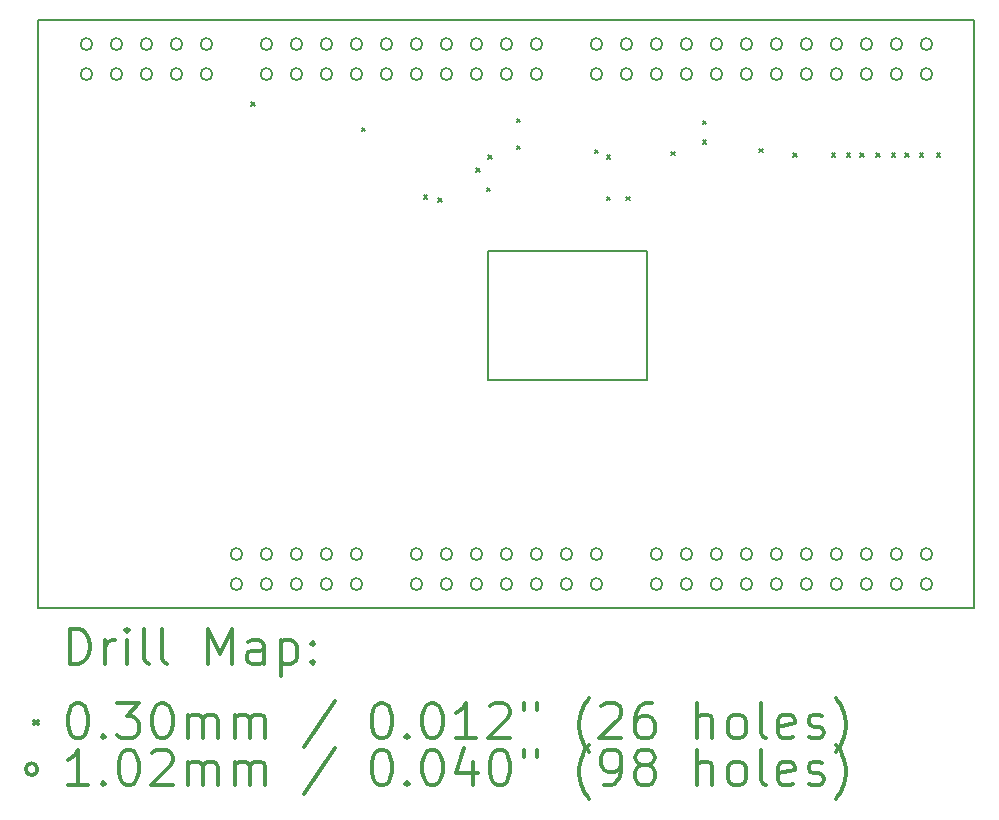
<source format=gbr>
%FSLAX45Y45*%
G04 Gerber Fmt 4.5, Leading zero omitted, Abs format (unit mm)*
G04 Created by KiCad (PCBNEW (after 2015-mar-04 BZR unknown)-product) date 2015年08月08日土曜日 05:56:39*
%MOMM*%
G01*
G04 APERTURE LIST*
%ADD10C,0.127000*%
%ADD11C,0.150000*%
%ADD12C,0.200000*%
%ADD13C,0.300000*%
G04 APERTURE END LIST*
D10*
D11*
X5156200Y3022600D02*
X3810000Y3022600D01*
X5156200Y1930400D02*
X5156200Y3022600D01*
X3810000Y1930400D02*
X5156200Y1930400D01*
X3810000Y3022600D02*
X3810000Y1930400D01*
X0Y0D02*
X254000Y0D01*
X0Y4978400D02*
X0Y0D01*
X254000Y4978400D02*
X0Y4978400D01*
X7924800Y4978400D02*
X7772400Y4978400D01*
X7924800Y4826000D02*
X7924800Y4978400D01*
X7924800Y3556000D02*
X7924800Y4826000D01*
X7924800Y0D02*
X7924800Y3556000D01*
X7772400Y0D02*
X7924800Y0D01*
X254000Y0D02*
X2006600Y0D01*
X5537200Y0D02*
X2006600Y0D01*
X7772400Y0D02*
X5537200Y0D01*
X5689600Y4978400D02*
X7772400Y4978400D01*
X3200400Y4978400D02*
X5689600Y4978400D01*
X254000Y4978400D02*
X3200400Y4978400D01*
D12*
X1801100Y4282200D02*
X1831100Y4252200D01*
X1831100Y4282200D02*
X1801100Y4252200D01*
X2737455Y4066815D02*
X2767455Y4036815D01*
X2767455Y4066815D02*
X2737455Y4036815D01*
X3261600Y3497340D02*
X3291600Y3467340D01*
X3291600Y3497340D02*
X3261600Y3467340D01*
X3383520Y3469400D02*
X3413520Y3439400D01*
X3413520Y3469400D02*
X3383520Y3439400D01*
X3704612Y3724452D02*
X3734612Y3694452D01*
X3734612Y3724452D02*
X3704612Y3694452D01*
X3795001Y3560840D02*
X3825001Y3530840D01*
X3825001Y3560840D02*
X3795001Y3530840D01*
X3807678Y3835612D02*
X3837678Y3805612D01*
X3837678Y3835612D02*
X3807678Y3805612D01*
X4048999Y3913900D02*
X4078999Y3883900D01*
X4078999Y3913900D02*
X4048999Y3883900D01*
X4049000Y4142500D02*
X4079000Y4112500D01*
X4079000Y4142500D02*
X4049000Y4112500D01*
X4709400Y3880402D02*
X4739400Y3850402D01*
X4739400Y3880402D02*
X4709400Y3850402D01*
X4811000Y3835160D02*
X4841000Y3805160D01*
X4841000Y3835160D02*
X4811000Y3805160D01*
X4811000Y3482100D02*
X4841000Y3452100D01*
X4841000Y3482100D02*
X4811000Y3452100D01*
X4976100Y3482100D02*
X5006100Y3452100D01*
X5006100Y3482100D02*
X4976100Y3452100D01*
X5357100Y3863101D02*
X5387100Y3833101D01*
X5387100Y3863101D02*
X5357100Y3833101D01*
X5623800Y4124720D02*
X5653800Y4094720D01*
X5653800Y4124720D02*
X5623800Y4094720D01*
X5623800Y3962160D02*
X5653800Y3932160D01*
X5653800Y3962160D02*
X5623800Y3932160D01*
X6101320Y3891040D02*
X6131320Y3861040D01*
X6131320Y3891040D02*
X6101320Y3861040D01*
X6390880Y3850400D02*
X6420880Y3820400D01*
X6420880Y3850400D02*
X6390880Y3820400D01*
X6716000Y3850400D02*
X6746000Y3820400D01*
X6746000Y3850400D02*
X6716000Y3820400D01*
X6843000Y3850400D02*
X6873000Y3820400D01*
X6873000Y3850400D02*
X6843000Y3820400D01*
X6957300Y3850400D02*
X6987300Y3820400D01*
X6987300Y3850400D02*
X6957300Y3820400D01*
X7091920Y3850400D02*
X7121920Y3820400D01*
X7121920Y3850400D02*
X7091920Y3820400D01*
X7224000Y3850400D02*
X7254000Y3820400D01*
X7254000Y3850400D02*
X7224000Y3820400D01*
X7338300Y3850400D02*
X7368300Y3820400D01*
X7368300Y3850400D02*
X7338300Y3820400D01*
X7462760Y3850400D02*
X7492760Y3820400D01*
X7492760Y3850400D02*
X7462760Y3820400D01*
X7605000Y3850400D02*
X7635000Y3820400D01*
X7635000Y3850400D02*
X7605000Y3820400D01*
X457240Y4775200D02*
G75*
G03X457240Y4775200I-50800J0D01*
G01*
X457240Y4521200D02*
G75*
G03X457240Y4521200I-50800J0D01*
G01*
X711240Y4775200D02*
G75*
G03X711240Y4775200I-50800J0D01*
G01*
X711240Y4521200D02*
G75*
G03X711240Y4521200I-50800J0D01*
G01*
X965240Y4775200D02*
G75*
G03X965240Y4775200I-50800J0D01*
G01*
X965240Y4521200D02*
G75*
G03X965240Y4521200I-50800J0D01*
G01*
X1219240Y4775200D02*
G75*
G03X1219240Y4775200I-50800J0D01*
G01*
X1219240Y4521200D02*
G75*
G03X1219240Y4521200I-50800J0D01*
G01*
X1473240Y4775200D02*
G75*
G03X1473240Y4775200I-50800J0D01*
G01*
X1473240Y4521200D02*
G75*
G03X1473240Y4521200I-50800J0D01*
G01*
X1727240Y457220D02*
G75*
G03X1727240Y457220I-50800J0D01*
G01*
X1727240Y203220D02*
G75*
G03X1727240Y203220I-50800J0D01*
G01*
X1981240Y4775200D02*
G75*
G03X1981240Y4775200I-50800J0D01*
G01*
X1981240Y4521200D02*
G75*
G03X1981240Y4521200I-50800J0D01*
G01*
X1981240Y457220D02*
G75*
G03X1981240Y457220I-50800J0D01*
G01*
X1981240Y203220D02*
G75*
G03X1981240Y203220I-50800J0D01*
G01*
X2235240Y4775200D02*
G75*
G03X2235240Y4775200I-50800J0D01*
G01*
X2235240Y4521200D02*
G75*
G03X2235240Y4521200I-50800J0D01*
G01*
X2235240Y457220D02*
G75*
G03X2235240Y457220I-50800J0D01*
G01*
X2235240Y203220D02*
G75*
G03X2235240Y203220I-50800J0D01*
G01*
X2489240Y4775200D02*
G75*
G03X2489240Y4775200I-50800J0D01*
G01*
X2489240Y4521200D02*
G75*
G03X2489240Y4521200I-50800J0D01*
G01*
X2489240Y457220D02*
G75*
G03X2489240Y457220I-50800J0D01*
G01*
X2489240Y203220D02*
G75*
G03X2489240Y203220I-50800J0D01*
G01*
X2743240Y4775200D02*
G75*
G03X2743240Y4775200I-50800J0D01*
G01*
X2743240Y4521200D02*
G75*
G03X2743240Y4521200I-50800J0D01*
G01*
X2743240Y457220D02*
G75*
G03X2743240Y457220I-50800J0D01*
G01*
X2743240Y203220D02*
G75*
G03X2743240Y203220I-50800J0D01*
G01*
X2997240Y4775200D02*
G75*
G03X2997240Y4775200I-50800J0D01*
G01*
X2997240Y4521200D02*
G75*
G03X2997240Y4521200I-50800J0D01*
G01*
X3251240Y4775200D02*
G75*
G03X3251240Y4775200I-50800J0D01*
G01*
X3251240Y4521200D02*
G75*
G03X3251240Y4521200I-50800J0D01*
G01*
X3251240Y457220D02*
G75*
G03X3251240Y457220I-50800J0D01*
G01*
X3251240Y203220D02*
G75*
G03X3251240Y203220I-50800J0D01*
G01*
X3505240Y4775200D02*
G75*
G03X3505240Y4775200I-50800J0D01*
G01*
X3505240Y4521200D02*
G75*
G03X3505240Y4521200I-50800J0D01*
G01*
X3505240Y457220D02*
G75*
G03X3505240Y457220I-50800J0D01*
G01*
X3505240Y203220D02*
G75*
G03X3505240Y203220I-50800J0D01*
G01*
X3759240Y4775200D02*
G75*
G03X3759240Y4775200I-50800J0D01*
G01*
X3759240Y4521200D02*
G75*
G03X3759240Y4521200I-50800J0D01*
G01*
X3759240Y457220D02*
G75*
G03X3759240Y457220I-50800J0D01*
G01*
X3759240Y203220D02*
G75*
G03X3759240Y203220I-50800J0D01*
G01*
X4013240Y4775200D02*
G75*
G03X4013240Y4775200I-50800J0D01*
G01*
X4013240Y4521200D02*
G75*
G03X4013240Y4521200I-50800J0D01*
G01*
X4013240Y457220D02*
G75*
G03X4013240Y457220I-50800J0D01*
G01*
X4013240Y203220D02*
G75*
G03X4013240Y203220I-50800J0D01*
G01*
X4267240Y4775200D02*
G75*
G03X4267240Y4775200I-50800J0D01*
G01*
X4267240Y4521200D02*
G75*
G03X4267240Y4521200I-50800J0D01*
G01*
X4267240Y457220D02*
G75*
G03X4267240Y457220I-50800J0D01*
G01*
X4267240Y203220D02*
G75*
G03X4267240Y203220I-50800J0D01*
G01*
X4521240Y457220D02*
G75*
G03X4521240Y457220I-50800J0D01*
G01*
X4521240Y203220D02*
G75*
G03X4521240Y203220I-50800J0D01*
G01*
X4775240Y4775200D02*
G75*
G03X4775240Y4775200I-50800J0D01*
G01*
X4775240Y4521200D02*
G75*
G03X4775240Y4521200I-50800J0D01*
G01*
X4775240Y457220D02*
G75*
G03X4775240Y457220I-50800J0D01*
G01*
X4775240Y203220D02*
G75*
G03X4775240Y203220I-50800J0D01*
G01*
X5029240Y4775200D02*
G75*
G03X5029240Y4775200I-50800J0D01*
G01*
X5029240Y4521200D02*
G75*
G03X5029240Y4521200I-50800J0D01*
G01*
X5283200Y457200D02*
G75*
G03X5283200Y457200I-50800J0D01*
G01*
X5283200Y203200D02*
G75*
G03X5283200Y203200I-50800J0D01*
G01*
X5283240Y4775200D02*
G75*
G03X5283240Y4775200I-50800J0D01*
G01*
X5283240Y4521200D02*
G75*
G03X5283240Y4521200I-50800J0D01*
G01*
X5537200Y457200D02*
G75*
G03X5537200Y457200I-50800J0D01*
G01*
X5537200Y203200D02*
G75*
G03X5537200Y203200I-50800J0D01*
G01*
X5537240Y4775200D02*
G75*
G03X5537240Y4775200I-50800J0D01*
G01*
X5537240Y4521200D02*
G75*
G03X5537240Y4521200I-50800J0D01*
G01*
X5791200Y457200D02*
G75*
G03X5791200Y457200I-50800J0D01*
G01*
X5791200Y203200D02*
G75*
G03X5791200Y203200I-50800J0D01*
G01*
X5791240Y4775200D02*
G75*
G03X5791240Y4775200I-50800J0D01*
G01*
X5791240Y4521200D02*
G75*
G03X5791240Y4521200I-50800J0D01*
G01*
X6045200Y457200D02*
G75*
G03X6045200Y457200I-50800J0D01*
G01*
X6045200Y203200D02*
G75*
G03X6045200Y203200I-50800J0D01*
G01*
X6045240Y4775200D02*
G75*
G03X6045240Y4775200I-50800J0D01*
G01*
X6045240Y4521200D02*
G75*
G03X6045240Y4521200I-50800J0D01*
G01*
X6299200Y457200D02*
G75*
G03X6299200Y457200I-50800J0D01*
G01*
X6299200Y203200D02*
G75*
G03X6299200Y203200I-50800J0D01*
G01*
X6299240Y4775200D02*
G75*
G03X6299240Y4775200I-50800J0D01*
G01*
X6299240Y4521200D02*
G75*
G03X6299240Y4521200I-50800J0D01*
G01*
X6553200Y457200D02*
G75*
G03X6553200Y457200I-50800J0D01*
G01*
X6553200Y203200D02*
G75*
G03X6553200Y203200I-50800J0D01*
G01*
X6553240Y4775200D02*
G75*
G03X6553240Y4775200I-50800J0D01*
G01*
X6553240Y4521200D02*
G75*
G03X6553240Y4521200I-50800J0D01*
G01*
X6807200Y457200D02*
G75*
G03X6807200Y457200I-50800J0D01*
G01*
X6807200Y203200D02*
G75*
G03X6807200Y203200I-50800J0D01*
G01*
X6807240Y4775200D02*
G75*
G03X6807240Y4775200I-50800J0D01*
G01*
X6807240Y4521200D02*
G75*
G03X6807240Y4521200I-50800J0D01*
G01*
X7061200Y457200D02*
G75*
G03X7061200Y457200I-50800J0D01*
G01*
X7061200Y203200D02*
G75*
G03X7061200Y203200I-50800J0D01*
G01*
X7061240Y4775200D02*
G75*
G03X7061240Y4775200I-50800J0D01*
G01*
X7061240Y4521200D02*
G75*
G03X7061240Y4521200I-50800J0D01*
G01*
X7315200Y457200D02*
G75*
G03X7315200Y457200I-50800J0D01*
G01*
X7315200Y203200D02*
G75*
G03X7315200Y203200I-50800J0D01*
G01*
X7315240Y4775200D02*
G75*
G03X7315240Y4775200I-50800J0D01*
G01*
X7315240Y4521200D02*
G75*
G03X7315240Y4521200I-50800J0D01*
G01*
X7569200Y457200D02*
G75*
G03X7569200Y457200I-50800J0D01*
G01*
X7569200Y203200D02*
G75*
G03X7569200Y203200I-50800J0D01*
G01*
X7569240Y4775200D02*
G75*
G03X7569240Y4775200I-50800J0D01*
G01*
X7569240Y4521200D02*
G75*
G03X7569240Y4521200I-50800J0D01*
G01*
D13*
X263929Y-473214D02*
X263929Y-173214D01*
X335357Y-173214D01*
X378214Y-187500D01*
X406786Y-216071D01*
X421071Y-244643D01*
X435357Y-301786D01*
X435357Y-344643D01*
X421071Y-401786D01*
X406786Y-430357D01*
X378214Y-458929D01*
X335357Y-473214D01*
X263929Y-473214D01*
X563929Y-473214D02*
X563929Y-273214D01*
X563929Y-330357D02*
X578214Y-301786D01*
X592500Y-287500D01*
X621071Y-273214D01*
X649643Y-273214D01*
X749643Y-473214D02*
X749643Y-273214D01*
X749643Y-173214D02*
X735357Y-187500D01*
X749643Y-201786D01*
X763928Y-187500D01*
X749643Y-173214D01*
X749643Y-201786D01*
X935357Y-473214D02*
X906786Y-458929D01*
X892500Y-430357D01*
X892500Y-173214D01*
X1092500Y-473214D02*
X1063929Y-458929D01*
X1049643Y-430357D01*
X1049643Y-173214D01*
X1435357Y-473214D02*
X1435357Y-173214D01*
X1535357Y-387500D01*
X1635357Y-173214D01*
X1635357Y-473214D01*
X1906786Y-473214D02*
X1906786Y-316072D01*
X1892500Y-287500D01*
X1863928Y-273214D01*
X1806786Y-273214D01*
X1778214Y-287500D01*
X1906786Y-458929D02*
X1878214Y-473214D01*
X1806786Y-473214D01*
X1778214Y-458929D01*
X1763928Y-430357D01*
X1763928Y-401786D01*
X1778214Y-373214D01*
X1806786Y-358929D01*
X1878214Y-358929D01*
X1906786Y-344643D01*
X2049643Y-273214D02*
X2049643Y-573214D01*
X2049643Y-287500D02*
X2078214Y-273214D01*
X2135357Y-273214D01*
X2163929Y-287500D01*
X2178214Y-301786D01*
X2192500Y-330357D01*
X2192500Y-416071D01*
X2178214Y-444643D01*
X2163929Y-458929D01*
X2135357Y-473214D01*
X2078214Y-473214D01*
X2049643Y-458929D01*
X2321071Y-444643D02*
X2335357Y-458929D01*
X2321071Y-473214D01*
X2306786Y-458929D01*
X2321071Y-444643D01*
X2321071Y-473214D01*
X2321071Y-287500D02*
X2335357Y-301786D01*
X2321071Y-316072D01*
X2306786Y-301786D01*
X2321071Y-287500D01*
X2321071Y-316072D01*
X-37500Y-952500D02*
X-7500Y-982500D01*
X-7500Y-952500D02*
X-37500Y-982500D01*
X321071Y-803214D02*
X349643Y-803214D01*
X378214Y-817500D01*
X392500Y-831786D01*
X406786Y-860357D01*
X421071Y-917500D01*
X421071Y-988929D01*
X406786Y-1046071D01*
X392500Y-1074643D01*
X378214Y-1088929D01*
X349643Y-1103214D01*
X321071Y-1103214D01*
X292500Y-1088929D01*
X278214Y-1074643D01*
X263929Y-1046071D01*
X249643Y-988929D01*
X249643Y-917500D01*
X263929Y-860357D01*
X278214Y-831786D01*
X292500Y-817500D01*
X321071Y-803214D01*
X549643Y-1074643D02*
X563929Y-1088929D01*
X549643Y-1103214D01*
X535357Y-1088929D01*
X549643Y-1074643D01*
X549643Y-1103214D01*
X663928Y-803214D02*
X849643Y-803214D01*
X749643Y-917500D01*
X792500Y-917500D01*
X821071Y-931786D01*
X835357Y-946071D01*
X849643Y-974643D01*
X849643Y-1046071D01*
X835357Y-1074643D01*
X821071Y-1088929D01*
X792500Y-1103214D01*
X706786Y-1103214D01*
X678214Y-1088929D01*
X663928Y-1074643D01*
X1035357Y-803214D02*
X1063929Y-803214D01*
X1092500Y-817500D01*
X1106786Y-831786D01*
X1121071Y-860357D01*
X1135357Y-917500D01*
X1135357Y-988929D01*
X1121071Y-1046071D01*
X1106786Y-1074643D01*
X1092500Y-1088929D01*
X1063929Y-1103214D01*
X1035357Y-1103214D01*
X1006786Y-1088929D01*
X992500Y-1074643D01*
X978214Y-1046071D01*
X963928Y-988929D01*
X963928Y-917500D01*
X978214Y-860357D01*
X992500Y-831786D01*
X1006786Y-817500D01*
X1035357Y-803214D01*
X1263929Y-1103214D02*
X1263929Y-903214D01*
X1263929Y-931786D02*
X1278214Y-917500D01*
X1306786Y-903214D01*
X1349643Y-903214D01*
X1378214Y-917500D01*
X1392500Y-946071D01*
X1392500Y-1103214D01*
X1392500Y-946071D02*
X1406786Y-917500D01*
X1435357Y-903214D01*
X1478214Y-903214D01*
X1506786Y-917500D01*
X1521071Y-946071D01*
X1521071Y-1103214D01*
X1663928Y-1103214D02*
X1663928Y-903214D01*
X1663928Y-931786D02*
X1678214Y-917500D01*
X1706786Y-903214D01*
X1749643Y-903214D01*
X1778214Y-917500D01*
X1792500Y-946071D01*
X1792500Y-1103214D01*
X1792500Y-946071D02*
X1806786Y-917500D01*
X1835357Y-903214D01*
X1878214Y-903214D01*
X1906786Y-917500D01*
X1921071Y-946071D01*
X1921071Y-1103214D01*
X2506786Y-788929D02*
X2249643Y-1174643D01*
X2892500Y-803214D02*
X2921071Y-803214D01*
X2949643Y-817500D01*
X2963928Y-831786D01*
X2978214Y-860357D01*
X2992500Y-917500D01*
X2992500Y-988929D01*
X2978214Y-1046071D01*
X2963928Y-1074643D01*
X2949643Y-1088929D01*
X2921071Y-1103214D01*
X2892500Y-1103214D01*
X2863928Y-1088929D01*
X2849643Y-1074643D01*
X2835357Y-1046071D01*
X2821071Y-988929D01*
X2821071Y-917500D01*
X2835357Y-860357D01*
X2849643Y-831786D01*
X2863928Y-817500D01*
X2892500Y-803214D01*
X3121071Y-1074643D02*
X3135357Y-1088929D01*
X3121071Y-1103214D01*
X3106786Y-1088929D01*
X3121071Y-1074643D01*
X3121071Y-1103214D01*
X3321071Y-803214D02*
X3349643Y-803214D01*
X3378214Y-817500D01*
X3392500Y-831786D01*
X3406785Y-860357D01*
X3421071Y-917500D01*
X3421071Y-988929D01*
X3406785Y-1046071D01*
X3392500Y-1074643D01*
X3378214Y-1088929D01*
X3349643Y-1103214D01*
X3321071Y-1103214D01*
X3292500Y-1088929D01*
X3278214Y-1074643D01*
X3263928Y-1046071D01*
X3249643Y-988929D01*
X3249643Y-917500D01*
X3263928Y-860357D01*
X3278214Y-831786D01*
X3292500Y-817500D01*
X3321071Y-803214D01*
X3706785Y-1103214D02*
X3535357Y-1103214D01*
X3621071Y-1103214D02*
X3621071Y-803214D01*
X3592500Y-846071D01*
X3563928Y-874643D01*
X3535357Y-888929D01*
X3821071Y-831786D02*
X3835357Y-817500D01*
X3863928Y-803214D01*
X3935357Y-803214D01*
X3963928Y-817500D01*
X3978214Y-831786D01*
X3992500Y-860357D01*
X3992500Y-888929D01*
X3978214Y-931786D01*
X3806785Y-1103214D01*
X3992500Y-1103214D01*
X4106786Y-803214D02*
X4106786Y-860357D01*
X4221071Y-803214D02*
X4221071Y-860357D01*
X4663928Y-1217500D02*
X4649643Y-1203214D01*
X4621071Y-1160357D01*
X4606786Y-1131786D01*
X4592500Y-1088929D01*
X4578214Y-1017500D01*
X4578214Y-960357D01*
X4592500Y-888929D01*
X4606786Y-846071D01*
X4621071Y-817500D01*
X4649643Y-774643D01*
X4663928Y-760357D01*
X4763928Y-831786D02*
X4778214Y-817500D01*
X4806786Y-803214D01*
X4878214Y-803214D01*
X4906786Y-817500D01*
X4921071Y-831786D01*
X4935357Y-860357D01*
X4935357Y-888929D01*
X4921071Y-931786D01*
X4749643Y-1103214D01*
X4935357Y-1103214D01*
X5192500Y-803214D02*
X5135357Y-803214D01*
X5106786Y-817500D01*
X5092500Y-831786D01*
X5063928Y-874643D01*
X5049643Y-931786D01*
X5049643Y-1046071D01*
X5063928Y-1074643D01*
X5078214Y-1088929D01*
X5106786Y-1103214D01*
X5163928Y-1103214D01*
X5192500Y-1088929D01*
X5206786Y-1074643D01*
X5221071Y-1046071D01*
X5221071Y-974643D01*
X5206786Y-946071D01*
X5192500Y-931786D01*
X5163928Y-917500D01*
X5106786Y-917500D01*
X5078214Y-931786D01*
X5063928Y-946071D01*
X5049643Y-974643D01*
X5578214Y-1103214D02*
X5578214Y-803214D01*
X5706785Y-1103214D02*
X5706785Y-946071D01*
X5692500Y-917500D01*
X5663928Y-903214D01*
X5621071Y-903214D01*
X5592500Y-917500D01*
X5578214Y-931786D01*
X5892500Y-1103214D02*
X5863928Y-1088929D01*
X5849643Y-1074643D01*
X5835357Y-1046071D01*
X5835357Y-960357D01*
X5849643Y-931786D01*
X5863928Y-917500D01*
X5892500Y-903214D01*
X5935357Y-903214D01*
X5963928Y-917500D01*
X5978214Y-931786D01*
X5992500Y-960357D01*
X5992500Y-1046071D01*
X5978214Y-1074643D01*
X5963928Y-1088929D01*
X5935357Y-1103214D01*
X5892500Y-1103214D01*
X6163928Y-1103214D02*
X6135357Y-1088929D01*
X6121071Y-1060357D01*
X6121071Y-803214D01*
X6392500Y-1088929D02*
X6363928Y-1103214D01*
X6306786Y-1103214D01*
X6278214Y-1088929D01*
X6263928Y-1060357D01*
X6263928Y-946071D01*
X6278214Y-917500D01*
X6306786Y-903214D01*
X6363928Y-903214D01*
X6392500Y-917500D01*
X6406786Y-946071D01*
X6406786Y-974643D01*
X6263928Y-1003214D01*
X6521071Y-1088929D02*
X6549643Y-1103214D01*
X6606786Y-1103214D01*
X6635357Y-1088929D01*
X6649643Y-1060357D01*
X6649643Y-1046071D01*
X6635357Y-1017500D01*
X6606786Y-1003214D01*
X6563928Y-1003214D01*
X6535357Y-988929D01*
X6521071Y-960357D01*
X6521071Y-946071D01*
X6535357Y-917500D01*
X6563928Y-903214D01*
X6606786Y-903214D01*
X6635357Y-917500D01*
X6749643Y-1217500D02*
X6763928Y-1203214D01*
X6792500Y-1160357D01*
X6806786Y-1131786D01*
X6821071Y-1088929D01*
X6835357Y-1017500D01*
X6835357Y-960357D01*
X6821071Y-888929D01*
X6806786Y-846071D01*
X6792500Y-817500D01*
X6763928Y-774643D01*
X6749643Y-760357D01*
X-7500Y-1363500D02*
G75*
G03X-7500Y-1363500I-50800J0D01*
G01*
X421071Y-1499214D02*
X249643Y-1499214D01*
X335357Y-1499214D02*
X335357Y-1199214D01*
X306786Y-1242072D01*
X278214Y-1270643D01*
X249643Y-1284929D01*
X549643Y-1470643D02*
X563929Y-1484929D01*
X549643Y-1499214D01*
X535357Y-1484929D01*
X549643Y-1470643D01*
X549643Y-1499214D01*
X749643Y-1199214D02*
X778214Y-1199214D01*
X806786Y-1213500D01*
X821071Y-1227786D01*
X835357Y-1256357D01*
X849643Y-1313500D01*
X849643Y-1384929D01*
X835357Y-1442071D01*
X821071Y-1470643D01*
X806786Y-1484929D01*
X778214Y-1499214D01*
X749643Y-1499214D01*
X721071Y-1484929D01*
X706786Y-1470643D01*
X692500Y-1442071D01*
X678214Y-1384929D01*
X678214Y-1313500D01*
X692500Y-1256357D01*
X706786Y-1227786D01*
X721071Y-1213500D01*
X749643Y-1199214D01*
X963928Y-1227786D02*
X978214Y-1213500D01*
X1006786Y-1199214D01*
X1078214Y-1199214D01*
X1106786Y-1213500D01*
X1121071Y-1227786D01*
X1135357Y-1256357D01*
X1135357Y-1284929D01*
X1121071Y-1327786D01*
X949643Y-1499214D01*
X1135357Y-1499214D01*
X1263929Y-1499214D02*
X1263929Y-1299214D01*
X1263929Y-1327786D02*
X1278214Y-1313500D01*
X1306786Y-1299214D01*
X1349643Y-1299214D01*
X1378214Y-1313500D01*
X1392500Y-1342072D01*
X1392500Y-1499214D01*
X1392500Y-1342072D02*
X1406786Y-1313500D01*
X1435357Y-1299214D01*
X1478214Y-1299214D01*
X1506786Y-1313500D01*
X1521071Y-1342072D01*
X1521071Y-1499214D01*
X1663928Y-1499214D02*
X1663928Y-1299214D01*
X1663928Y-1327786D02*
X1678214Y-1313500D01*
X1706786Y-1299214D01*
X1749643Y-1299214D01*
X1778214Y-1313500D01*
X1792500Y-1342072D01*
X1792500Y-1499214D01*
X1792500Y-1342072D02*
X1806786Y-1313500D01*
X1835357Y-1299214D01*
X1878214Y-1299214D01*
X1906786Y-1313500D01*
X1921071Y-1342072D01*
X1921071Y-1499214D01*
X2506786Y-1184929D02*
X2249643Y-1570643D01*
X2892500Y-1199214D02*
X2921071Y-1199214D01*
X2949643Y-1213500D01*
X2963928Y-1227786D01*
X2978214Y-1256357D01*
X2992500Y-1313500D01*
X2992500Y-1384929D01*
X2978214Y-1442071D01*
X2963928Y-1470643D01*
X2949643Y-1484929D01*
X2921071Y-1499214D01*
X2892500Y-1499214D01*
X2863928Y-1484929D01*
X2849643Y-1470643D01*
X2835357Y-1442071D01*
X2821071Y-1384929D01*
X2821071Y-1313500D01*
X2835357Y-1256357D01*
X2849643Y-1227786D01*
X2863928Y-1213500D01*
X2892500Y-1199214D01*
X3121071Y-1470643D02*
X3135357Y-1484929D01*
X3121071Y-1499214D01*
X3106786Y-1484929D01*
X3121071Y-1470643D01*
X3121071Y-1499214D01*
X3321071Y-1199214D02*
X3349643Y-1199214D01*
X3378214Y-1213500D01*
X3392500Y-1227786D01*
X3406785Y-1256357D01*
X3421071Y-1313500D01*
X3421071Y-1384929D01*
X3406785Y-1442071D01*
X3392500Y-1470643D01*
X3378214Y-1484929D01*
X3349643Y-1499214D01*
X3321071Y-1499214D01*
X3292500Y-1484929D01*
X3278214Y-1470643D01*
X3263928Y-1442071D01*
X3249643Y-1384929D01*
X3249643Y-1313500D01*
X3263928Y-1256357D01*
X3278214Y-1227786D01*
X3292500Y-1213500D01*
X3321071Y-1199214D01*
X3678214Y-1299214D02*
X3678214Y-1499214D01*
X3606785Y-1184929D02*
X3535357Y-1399214D01*
X3721071Y-1399214D01*
X3892500Y-1199214D02*
X3921071Y-1199214D01*
X3949643Y-1213500D01*
X3963928Y-1227786D01*
X3978214Y-1256357D01*
X3992500Y-1313500D01*
X3992500Y-1384929D01*
X3978214Y-1442071D01*
X3963928Y-1470643D01*
X3949643Y-1484929D01*
X3921071Y-1499214D01*
X3892500Y-1499214D01*
X3863928Y-1484929D01*
X3849643Y-1470643D01*
X3835357Y-1442071D01*
X3821071Y-1384929D01*
X3821071Y-1313500D01*
X3835357Y-1256357D01*
X3849643Y-1227786D01*
X3863928Y-1213500D01*
X3892500Y-1199214D01*
X4106786Y-1199214D02*
X4106786Y-1256357D01*
X4221071Y-1199214D02*
X4221071Y-1256357D01*
X4663928Y-1613500D02*
X4649643Y-1599214D01*
X4621071Y-1556357D01*
X4606786Y-1527786D01*
X4592500Y-1484929D01*
X4578214Y-1413500D01*
X4578214Y-1356357D01*
X4592500Y-1284929D01*
X4606786Y-1242072D01*
X4621071Y-1213500D01*
X4649643Y-1170643D01*
X4663928Y-1156357D01*
X4792500Y-1499214D02*
X4849643Y-1499214D01*
X4878214Y-1484929D01*
X4892500Y-1470643D01*
X4921071Y-1427786D01*
X4935357Y-1370643D01*
X4935357Y-1256357D01*
X4921071Y-1227786D01*
X4906786Y-1213500D01*
X4878214Y-1199214D01*
X4821071Y-1199214D01*
X4792500Y-1213500D01*
X4778214Y-1227786D01*
X4763928Y-1256357D01*
X4763928Y-1327786D01*
X4778214Y-1356357D01*
X4792500Y-1370643D01*
X4821071Y-1384929D01*
X4878214Y-1384929D01*
X4906786Y-1370643D01*
X4921071Y-1356357D01*
X4935357Y-1327786D01*
X5106786Y-1327786D02*
X5078214Y-1313500D01*
X5063928Y-1299214D01*
X5049643Y-1270643D01*
X5049643Y-1256357D01*
X5063928Y-1227786D01*
X5078214Y-1213500D01*
X5106786Y-1199214D01*
X5163928Y-1199214D01*
X5192500Y-1213500D01*
X5206786Y-1227786D01*
X5221071Y-1256357D01*
X5221071Y-1270643D01*
X5206786Y-1299214D01*
X5192500Y-1313500D01*
X5163928Y-1327786D01*
X5106786Y-1327786D01*
X5078214Y-1342072D01*
X5063928Y-1356357D01*
X5049643Y-1384929D01*
X5049643Y-1442071D01*
X5063928Y-1470643D01*
X5078214Y-1484929D01*
X5106786Y-1499214D01*
X5163928Y-1499214D01*
X5192500Y-1484929D01*
X5206786Y-1470643D01*
X5221071Y-1442071D01*
X5221071Y-1384929D01*
X5206786Y-1356357D01*
X5192500Y-1342072D01*
X5163928Y-1327786D01*
X5578214Y-1499214D02*
X5578214Y-1199214D01*
X5706785Y-1499214D02*
X5706785Y-1342072D01*
X5692500Y-1313500D01*
X5663928Y-1299214D01*
X5621071Y-1299214D01*
X5592500Y-1313500D01*
X5578214Y-1327786D01*
X5892500Y-1499214D02*
X5863928Y-1484929D01*
X5849643Y-1470643D01*
X5835357Y-1442071D01*
X5835357Y-1356357D01*
X5849643Y-1327786D01*
X5863928Y-1313500D01*
X5892500Y-1299214D01*
X5935357Y-1299214D01*
X5963928Y-1313500D01*
X5978214Y-1327786D01*
X5992500Y-1356357D01*
X5992500Y-1442071D01*
X5978214Y-1470643D01*
X5963928Y-1484929D01*
X5935357Y-1499214D01*
X5892500Y-1499214D01*
X6163928Y-1499214D02*
X6135357Y-1484929D01*
X6121071Y-1456357D01*
X6121071Y-1199214D01*
X6392500Y-1484929D02*
X6363928Y-1499214D01*
X6306786Y-1499214D01*
X6278214Y-1484929D01*
X6263928Y-1456357D01*
X6263928Y-1342072D01*
X6278214Y-1313500D01*
X6306786Y-1299214D01*
X6363928Y-1299214D01*
X6392500Y-1313500D01*
X6406786Y-1342072D01*
X6406786Y-1370643D01*
X6263928Y-1399214D01*
X6521071Y-1484929D02*
X6549643Y-1499214D01*
X6606786Y-1499214D01*
X6635357Y-1484929D01*
X6649643Y-1456357D01*
X6649643Y-1442071D01*
X6635357Y-1413500D01*
X6606786Y-1399214D01*
X6563928Y-1399214D01*
X6535357Y-1384929D01*
X6521071Y-1356357D01*
X6521071Y-1342072D01*
X6535357Y-1313500D01*
X6563928Y-1299214D01*
X6606786Y-1299214D01*
X6635357Y-1313500D01*
X6749643Y-1613500D02*
X6763928Y-1599214D01*
X6792500Y-1556357D01*
X6806786Y-1527786D01*
X6821071Y-1484929D01*
X6835357Y-1413500D01*
X6835357Y-1356357D01*
X6821071Y-1284929D01*
X6806786Y-1242072D01*
X6792500Y-1213500D01*
X6763928Y-1170643D01*
X6749643Y-1156357D01*
M02*

</source>
